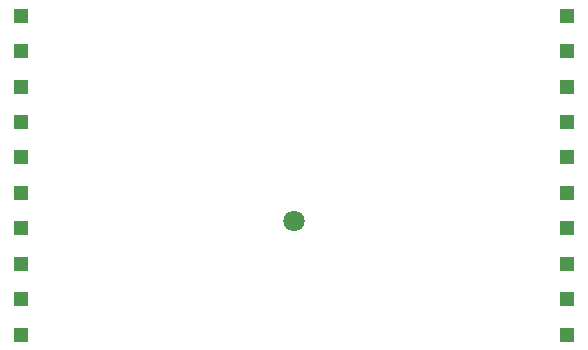
<source format=gbs>
G04 Layer_Color=16711935*
%FSLAX24Y24*%
%MOIN*%
G70*
G01*
G75*
%ADD13C,0.0710*%
%ADD14R,0.0472X0.0472*%
D13*
X27047Y35709D02*
D03*
D14*
X36142Y42559D02*
D03*
Y41378D02*
D03*
Y40197D02*
D03*
Y39016D02*
D03*
Y37835D02*
D03*
Y36654D02*
D03*
Y35472D02*
D03*
Y34291D02*
D03*
Y33110D02*
D03*
Y31929D02*
D03*
X17953Y42559D02*
D03*
Y41378D02*
D03*
Y40197D02*
D03*
Y39016D02*
D03*
Y37835D02*
D03*
X17953Y36654D02*
D03*
X17953Y35472D02*
D03*
Y34291D02*
D03*
Y33110D02*
D03*
Y31929D02*
D03*
M02*

</source>
